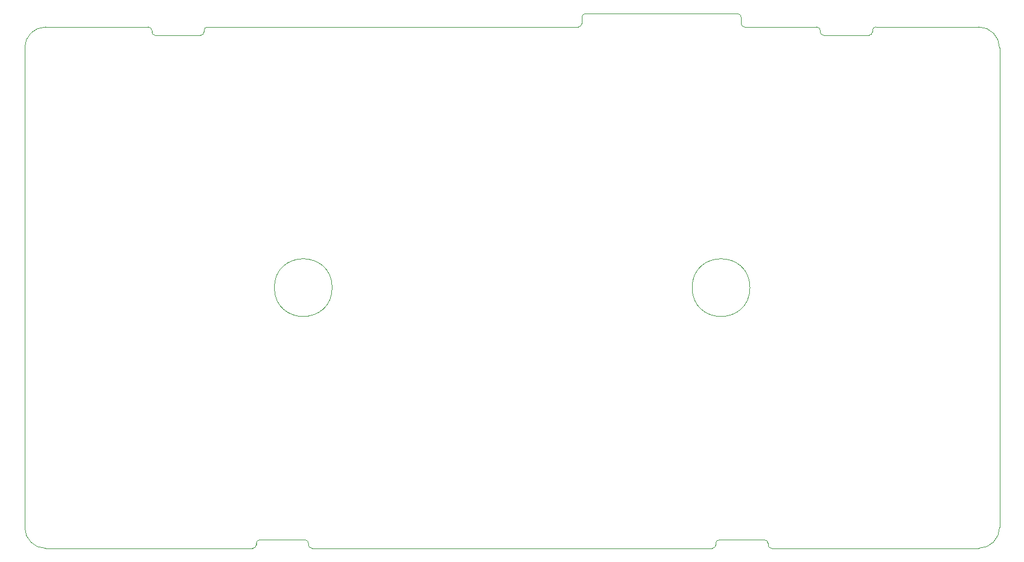
<source format=gm1>
G04 #@! TF.GenerationSoftware,KiCad,Pcbnew,(5.1.2)-1*
G04 #@! TF.CreationDate,2019-05-29T16:47:42+08:00*
G04 #@! TF.ProjectId,joyMIDI,6a6f794d-4944-4492-9e6b-696361645f70,rev?*
G04 #@! TF.SameCoordinates,Original*
G04 #@! TF.FileFunction,Profile,NP*
%FSLAX46Y46*%
G04 Gerber Fmt 4.6, Leading zero omitted, Abs format (unit mm)*
G04 Created by KiCad (PCBNEW (5.1.2)-1) date 2019-05-29 16:47:42*
%MOMM*%
%LPD*%
G04 APERTURE LIST*
%ADD10C,0.100000*%
G04 APERTURE END LIST*
D10*
X122651100Y-105003600D02*
G75*
G03X122651100Y-105003600I-4150000J0D01*
G01*
X182651100Y-105003600D02*
G75*
G03X182651100Y-105003600I-4150000J0D01*
G01*
X111751100Y-141803600D02*
G75*
G02X112251100Y-141303600I500000J0D01*
G01*
X111751100Y-142003600D02*
G75*
G02X111251100Y-142503600I-500000J0D01*
G01*
X81501100Y-142503600D02*
G75*
G02X78501100Y-139503600I0J3000000D01*
G01*
X78501100Y-70503600D02*
G75*
G02X81501100Y-67503600I3000000J0D01*
G01*
X96251100Y-67503600D02*
G75*
G02X96751100Y-68003600I0J-500000D01*
G01*
X97251100Y-68703600D02*
G75*
G02X96751100Y-68203600I0J500000D01*
G01*
X104251100Y-68203600D02*
G75*
G02X103751100Y-68703600I-500000J0D01*
G01*
X104251100Y-68003600D02*
G75*
G02X104751100Y-67503600I500000J0D01*
G01*
X200251100Y-68003600D02*
G75*
G02X200751100Y-67503600I500000J0D01*
G01*
X200251100Y-68003600D02*
X200251100Y-68203600D01*
X218501100Y-139503600D02*
X218501100Y-70503600D01*
X97251100Y-68703600D02*
X103751100Y-68703600D01*
X78501100Y-70503600D02*
X78501100Y-139503600D01*
X158501100Y-66103600D02*
G75*
G02X159001100Y-65603600I500000J0D01*
G01*
X185751100Y-142503600D02*
X215501100Y-142503600D01*
X185251100Y-141803600D02*
X185251100Y-142003600D01*
X192251100Y-67503600D02*
X181901100Y-67503600D01*
X118751100Y-141303600D02*
X112251100Y-141303600D01*
X185751100Y-142503600D02*
G75*
G02X185251100Y-142003600I0J500000D01*
G01*
X96251100Y-67503600D02*
X81501100Y-67503600D01*
X181901100Y-67503600D02*
G75*
G02X181401100Y-67003600I0J500000D01*
G01*
X181401100Y-66103600D02*
X181401100Y-67003600D01*
X118751100Y-141303600D02*
G75*
G02X119251100Y-141803600I0J-500000D01*
G01*
X104251100Y-68203600D02*
X104251100Y-68003600D01*
X218501100Y-139503600D02*
G75*
G02X215501100Y-142503600I-3000000J0D01*
G01*
X180901100Y-65603600D02*
G75*
G02X181401100Y-66103600I0J-500000D01*
G01*
X199751100Y-68703600D02*
X193251100Y-68703600D01*
X200251100Y-68203600D02*
G75*
G02X199751100Y-68703600I-500000J0D01*
G01*
X158501100Y-67003600D02*
X158501100Y-66103600D01*
X119251100Y-142003600D02*
X119251100Y-141803600D01*
X192751100Y-68203600D02*
X192751100Y-68003600D01*
X177751100Y-141803600D02*
G75*
G02X178251100Y-141303600I500000J0D01*
G01*
X184751100Y-141303600D02*
G75*
G02X185251100Y-141803600I0J-500000D01*
G01*
X158001100Y-67503600D02*
X104751100Y-67503600D01*
X158501100Y-67003600D02*
G75*
G02X158001100Y-67503600I-500000J0D01*
G01*
X178251100Y-141303600D02*
X184751100Y-141303600D01*
X111751100Y-141803600D02*
X111751100Y-142003600D01*
X215501100Y-67503600D02*
G75*
G02X218501100Y-70503600I0J-3000000D01*
G01*
X159001100Y-65603600D02*
X180901100Y-65603600D01*
X193251100Y-68703600D02*
G75*
G02X192751100Y-68203600I0J500000D01*
G01*
X177751100Y-142003600D02*
X177751100Y-141803600D01*
X81501100Y-142503600D02*
X111251100Y-142503600D01*
X192251100Y-67503600D02*
G75*
G02X192751100Y-68003600I0J-500000D01*
G01*
X119751100Y-142503600D02*
G75*
G02X119251100Y-142003600I0J500000D01*
G01*
X177751100Y-142003600D02*
G75*
G02X177251100Y-142503600I-500000J0D01*
G01*
X119751100Y-142503600D02*
X177251100Y-142503600D01*
X215501100Y-67503600D02*
X200751100Y-67503600D01*
X96751100Y-68003600D02*
X96751100Y-68203600D01*
M02*

</source>
